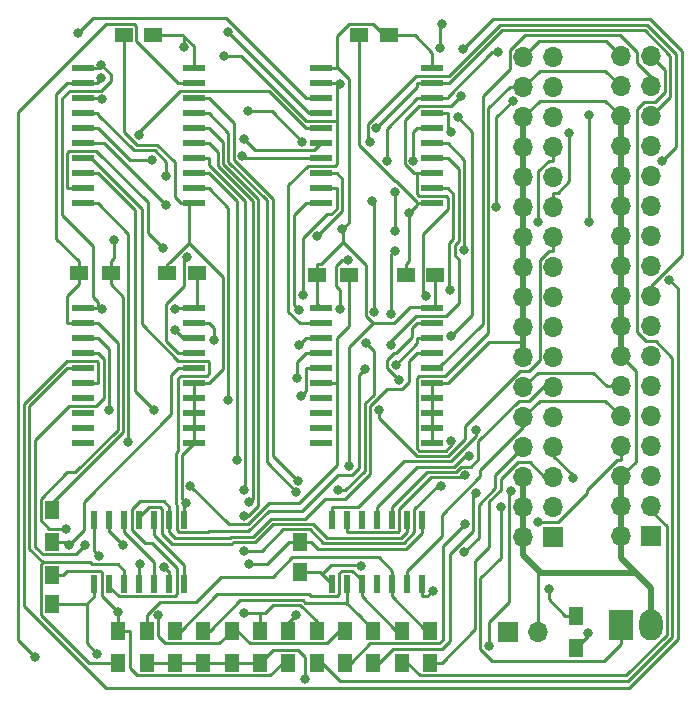
<source format=gbl>
%TF.GenerationSoftware,KiCad,Pcbnew,5.1.10*%
%TF.CreationDate,2021-12-20T17:42:05+01:00*%
%TF.ProjectId,afterglow_pico,61667465-7267-46c6-9f77-5f7069636f2e,rev?*%
%TF.SameCoordinates,Original*%
%TF.FileFunction,Copper,L2,Bot*%
%TF.FilePolarity,Positive*%
%FSLAX46Y46*%
G04 Gerber Fmt 4.6, Leading zero omitted, Abs format (unit mm)*
G04 Created by KiCad (PCBNEW 5.1.10) date 2021-12-20 17:42:05*
%MOMM*%
%LPD*%
G01*
G04 APERTURE LIST*
%TA.AperFunction,ComponentPad*%
%ADD10R,1.700000X1.700000*%
%TD*%
%TA.AperFunction,ComponentPad*%
%ADD11O,1.700000X1.700000*%
%TD*%
%TA.AperFunction,SMDPad,CuDef*%
%ADD12R,1.300000X1.500000*%
%TD*%
%TA.AperFunction,SMDPad,CuDef*%
%ADD13R,1.500000X1.300000*%
%TD*%
%TA.AperFunction,SMDPad,CuDef*%
%ADD14R,0.600000X1.500000*%
%TD*%
%TA.AperFunction,SMDPad,CuDef*%
%ADD15R,1.250000X1.500000*%
%TD*%
%TA.AperFunction,SMDPad,CuDef*%
%ADD16R,1.950000X0.600000*%
%TD*%
%TA.AperFunction,ComponentPad*%
%ADD17R,2.000000X2.600000*%
%TD*%
%TA.AperFunction,ComponentPad*%
%ADD18O,2.000000X2.600000*%
%TD*%
%TA.AperFunction,SMDPad,CuDef*%
%ADD19R,1.500000X1.250000*%
%TD*%
%TA.AperFunction,ViaPad*%
%ADD20C,0.800000*%
%TD*%
%TA.AperFunction,Conductor*%
%ADD21C,0.250000*%
%TD*%
%TA.AperFunction,Conductor*%
%ADD22C,0.500000*%
%TD*%
G04 APERTURE END LIST*
D10*
%TO.P,TEST,1*%
%TO.N,Net-(TEST_MODE1-Pad1)*%
X209400000Y-117400000D03*
D11*
%TO.P,TEST,2*%
%TO.N,GND*%
X211940000Y-117400000D03*
%TD*%
D12*
%TO.P,R16,2*%
%TO.N,Net-(R16-Pad2)*%
X170800000Y-109750000D03*
%TO.P,R16,1*%
%TO.N,+3V3*%
X170800000Y-107050000D03*
%TD*%
D13*
%TO.P,R2,2*%
%TO.N,Net-(R2-Pad2)*%
X195950000Y-87200000D03*
%TO.P,R2,1*%
%TO.N,+3V3*%
X193250000Y-87200000D03*
%TD*%
D14*
%TO.P,U2,14*%
%TO.N,+5V*%
X174390000Y-113300000D03*
%TO.P,U2,13*%
%TO.N,/COMB_EV*%
X175660000Y-113300000D03*
%TO.P,U2,12*%
%TO.N,/PICO_OUT_EN*%
X176930000Y-113300000D03*
%TO.P,U2,11*%
%TO.N,/OUT_SEL*%
X178200000Y-113300000D03*
%TO.P,U2,10*%
%TO.N,Net-(U2-Pad10)*%
X179470000Y-113300000D03*
%TO.P,U2,9*%
%TO.N,Net-(U1-Pad8)*%
X180740000Y-113300000D03*
%TO.P,U2,8*%
%TO.N,Net-(U2-Pad5)*%
X182010000Y-113300000D03*
%TO.P,U2,7*%
%TO.N,GND*%
X182010000Y-107900000D03*
%TO.P,U2,6*%
%TO.N,/COMB_EV*%
X180740000Y-107900000D03*
%TO.P,U2,5*%
%TO.N,Net-(U2-Pad5)*%
X179470000Y-107900000D03*
%TO.P,U2,4*%
%TO.N,Net-(U1-Pad6)*%
X178200000Y-107900000D03*
%TO.P,U2,3*%
%TO.N,Net-(U2-Pad10)*%
X176930000Y-107900000D03*
%TO.P,U2,2*%
%TO.N,Net-(R10-Pad1)*%
X175660000Y-107900000D03*
%TO.P,U2,1*%
%TO.N,Net-(R12-Pad2)*%
X174390000Y-107900000D03*
%TD*%
D12*
%TO.P,R15,2*%
%TO.N,Net-(R15-Pad2)*%
X178800000Y-117300000D03*
%TO.P,R15,1*%
%TO.N,+5V*%
X178800000Y-120000000D03*
%TD*%
%TO.P,R14,2*%
%TO.N,Net-(R14-Pad2)*%
X181200000Y-117300000D03*
%TO.P,R14,1*%
%TO.N,+5V*%
X181200000Y-120000000D03*
%TD*%
%TO.P,R13,2*%
%TO.N,Net-(R13-Pad2)*%
X183600000Y-117300000D03*
%TO.P,R13,1*%
%TO.N,+5V*%
X183600000Y-120000000D03*
%TD*%
%TO.P,R12,2*%
%TO.N,Net-(R12-Pad2)*%
X186000000Y-117300000D03*
%TO.P,R12,1*%
%TO.N,+5V*%
X186000000Y-120000000D03*
%TD*%
%TO.P,R11,2*%
%TO.N,Net-(R10-Pad1)*%
X188400000Y-117300000D03*
%TO.P,R11,1*%
%TO.N,+5V*%
X188400000Y-120000000D03*
%TD*%
%TO.P,R10,2*%
%TO.N,/P33*%
X193200000Y-120000000D03*
%TO.P,R10,1*%
%TO.N,Net-(R10-Pad1)*%
X193200000Y-117300000D03*
%TD*%
%TO.P,R9,2*%
%TO.N,/DIS_STROBE*%
X195600000Y-120000000D03*
%TO.P,R9,1*%
%TO.N,Net-(R12-Pad2)*%
X195600000Y-117300000D03*
%TD*%
%TO.P,R8,2*%
%TO.N,/DIS3*%
X198000000Y-120000000D03*
%TO.P,R8,1*%
%TO.N,Net-(R13-Pad2)*%
X198000000Y-117300000D03*
%TD*%
%TO.P,R7,2*%
%TO.N,/DIS2*%
X200400000Y-120000000D03*
%TO.P,R7,1*%
%TO.N,Net-(R14-Pad2)*%
X200400000Y-117300000D03*
%TD*%
%TO.P,R6,2*%
%TO.N,/DIS1*%
X202800000Y-120000000D03*
%TO.P,R6,1*%
%TO.N,Net-(R15-Pad2)*%
X202800000Y-117300000D03*
%TD*%
D13*
%TO.P,R5,2*%
%TO.N,+3V3*%
X175750000Y-87000000D03*
%TO.P,R5,1*%
%TO.N,/PICO_EN_OUT*%
X173050000Y-87000000D03*
%TD*%
D12*
%TO.P,R4,2*%
%TO.N,GND*%
X176400000Y-117300000D03*
%TO.P,R4,1*%
%TO.N,/PICO_OUT_EN*%
X176400000Y-120000000D03*
%TD*%
%TO.P,R3,1*%
%TO.N,+3V3*%
X215200000Y-116050000D03*
%TO.P,R3,2*%
%TO.N,Net-(PWR_LED1-Pad2)*%
X215200000Y-118750000D03*
%TD*%
D15*
%TO.P,C8,2*%
%TO.N,GND*%
X170800000Y-112550000D03*
%TO.P,C8,1*%
%TO.N,+5V*%
X170800000Y-115050000D03*
%TD*%
%TO.P,C7,2*%
%TO.N,GND*%
X191800000Y-109800000D03*
%TO.P,C7,1*%
%TO.N,+5V*%
X191800000Y-112300000D03*
%TD*%
D16*
%TO.P,U7,1*%
%TO.N,+5V*%
X182800000Y-89985000D03*
%TO.P,U7,2*%
%TO.N,Net-(U5-Pad31)*%
X182800000Y-91255000D03*
%TO.P,U7,3*%
%TO.N,Net-(U5-Pad32)*%
X182800000Y-92525000D03*
%TO.P,U7,4*%
%TO.N,Net-(U5-Pad34)*%
X182800000Y-93795000D03*
%TO.P,U7,5*%
%TO.N,Net-(R16-Pad2)*%
X182800000Y-95065000D03*
%TO.P,U7,6*%
%TO.N,GND*%
X182800000Y-96335000D03*
%TO.P,U7,7*%
X182800000Y-97605000D03*
%TO.P,U7,8*%
X182800000Y-98875000D03*
%TO.P,U7,9*%
X182800000Y-100145000D03*
%TO.P,U7,10*%
X182800000Y-101415000D03*
%TO.P,U7,11*%
%TO.N,Net-(U7-Pad11)*%
X173400000Y-101415000D03*
%TO.P,U7,12*%
%TO.N,Net-(U7-Pad12)*%
X173400000Y-100145000D03*
%TO.P,U7,13*%
%TO.N,Net-(U7-Pad13)*%
X173400000Y-98875000D03*
%TO.P,U7,14*%
%TO.N,Net-(U7-Pad14)*%
X173400000Y-97605000D03*
%TO.P,U7,15*%
%TO.N,/PICO_BLANK*%
X173400000Y-96335000D03*
%TO.P,U7,16*%
%TO.N,/PICO_OUT_EN*%
X173400000Y-95065000D03*
%TO.P,U7,17*%
%TO.N,/LROW_PICO*%
X173400000Y-93795000D03*
%TO.P,U7,18*%
%TO.N,/LCOL_PICO*%
X173400000Y-92525000D03*
%TO.P,U7,19*%
%TO.N,/PICO_EN_OUT*%
X173400000Y-91255000D03*
%TO.P,U7,20*%
%TO.N,+5V*%
X173400000Y-89985000D03*
%TD*%
%TO.P,U6,1*%
%TO.N,+5V*%
X182800000Y-69685000D03*
%TO.P,U6,2*%
%TO.N,Net-(U5-Pad20)*%
X182800000Y-70955000D03*
%TO.P,U6,3*%
%TO.N,Net-(U5-Pad21)*%
X182800000Y-72225000D03*
%TO.P,U6,4*%
%TO.N,Net-(U5-Pad22)*%
X182800000Y-73495000D03*
%TO.P,U6,5*%
%TO.N,Net-(U5-Pad24)*%
X182800000Y-74765000D03*
%TO.P,U6,6*%
%TO.N,Net-(U5-Pad25)*%
X182800000Y-76035000D03*
%TO.P,U6,7*%
%TO.N,Net-(U5-Pad26)*%
X182800000Y-77305000D03*
%TO.P,U6,8*%
%TO.N,Net-(U5-Pad27)*%
X182800000Y-78575000D03*
%TO.P,U6,9*%
%TO.N,Net-(U5-Pad29)*%
X182800000Y-79845000D03*
%TO.P,U6,10*%
%TO.N,GND*%
X182800000Y-81115000D03*
%TO.P,U6,11*%
%TO.N,/D7_PICO*%
X173400000Y-81115000D03*
%TO.P,U6,12*%
%TO.N,/D6_PICO*%
X173400000Y-79845000D03*
%TO.P,U6,13*%
%TO.N,/D5_PICO*%
X173400000Y-78575000D03*
%TO.P,U6,14*%
%TO.N,/D4_PICO*%
X173400000Y-77305000D03*
%TO.P,U6,15*%
%TO.N,/D3_PICO*%
X173400000Y-76035000D03*
%TO.P,U6,16*%
%TO.N,/D2_PICO*%
X173400000Y-74765000D03*
%TO.P,U6,17*%
%TO.N,/D1_PICO*%
X173400000Y-73495000D03*
%TO.P,U6,18*%
%TO.N,/D0_PICO*%
X173400000Y-72225000D03*
%TO.P,U6,19*%
%TO.N,/PICO_EN_OUT*%
X173400000Y-70955000D03*
%TO.P,U6,20*%
%TO.N,+5V*%
X173400000Y-69685000D03*
%TD*%
%TO.P,U4,20*%
%TO.N,+3V3*%
X193600000Y-89985000D03*
%TO.P,U4,19*%
%TO.N,/PICO_EN_OUT*%
X193600000Y-91255000D03*
%TO.P,U4,18*%
%TO.N,Net-(U4-Pad18)*%
X193600000Y-92525000D03*
%TO.P,U4,17*%
%TO.N,Net-(U4-Pad17)*%
X193600000Y-93795000D03*
%TO.P,U4,16*%
%TO.N,Net-(U4-Pad16)*%
X193600000Y-95065000D03*
%TO.P,U4,15*%
%TO.N,Net-(R2-Pad2)*%
X193600000Y-96335000D03*
%TO.P,U4,14*%
%TO.N,Net-(U4-Pad14)*%
X193600000Y-97605000D03*
%TO.P,U4,13*%
%TO.N,Net-(U4-Pad13)*%
X193600000Y-98875000D03*
%TO.P,U4,12*%
%TO.N,Net-(U4-Pad12)*%
X193600000Y-100145000D03*
%TO.P,U4,11*%
%TO.N,Net-(U4-Pad11)*%
X193600000Y-101415000D03*
%TO.P,U4,10*%
%TO.N,GND*%
X203000000Y-101415000D03*
%TO.P,U4,9*%
X203000000Y-100145000D03*
%TO.P,U4,8*%
X203000000Y-98875000D03*
%TO.P,U4,7*%
X203000000Y-97605000D03*
%TO.P,U4,6*%
X203000000Y-96335000D03*
%TO.P,U4,5*%
%TO.N,/BLANK*%
X203000000Y-95065000D03*
%TO.P,U4,4*%
%TO.N,/COMB_EV*%
X203000000Y-93795000D03*
%TO.P,U4,3*%
%TO.N,/LROW*%
X203000000Y-92525000D03*
%TO.P,U4,2*%
%TO.N,/LCOL*%
X203000000Y-91255000D03*
%TO.P,U4,1*%
%TO.N,+3V3*%
X203000000Y-89985000D03*
%TD*%
%TO.P,U3,20*%
%TO.N,+3V3*%
X193600000Y-69685000D03*
%TO.P,U3,19*%
%TO.N,/PICO_EN_OUT*%
X193600000Y-70955000D03*
%TO.P,U3,18*%
%TO.N,Net-(U3-Pad18)*%
X193600000Y-72225000D03*
%TO.P,U3,17*%
%TO.N,Net-(U3-Pad17)*%
X193600000Y-73495000D03*
%TO.P,U3,16*%
%TO.N,Net-(U3-Pad16)*%
X193600000Y-74765000D03*
%TO.P,U3,15*%
%TO.N,Net-(U3-Pad15)*%
X193600000Y-76035000D03*
%TO.P,U3,14*%
%TO.N,Net-(U3-Pad14)*%
X193600000Y-77305000D03*
%TO.P,U3,13*%
%TO.N,Net-(U3-Pad13)*%
X193600000Y-78575000D03*
%TO.P,U3,12*%
%TO.N,Net-(U3-Pad12)*%
X193600000Y-79845000D03*
%TO.P,U3,11*%
%TO.N,Net-(U3-Pad11)*%
X193600000Y-81115000D03*
%TO.P,U3,10*%
%TO.N,GND*%
X203000000Y-81115000D03*
%TO.P,U3,9*%
%TO.N,/D7*%
X203000000Y-79845000D03*
%TO.P,U3,8*%
%TO.N,/D6*%
X203000000Y-78575000D03*
%TO.P,U3,7*%
%TO.N,/D5*%
X203000000Y-77305000D03*
%TO.P,U3,6*%
%TO.N,/D4*%
X203000000Y-76035000D03*
%TO.P,U3,5*%
%TO.N,/D3*%
X203000000Y-74765000D03*
%TO.P,U3,4*%
%TO.N,/D2*%
X203000000Y-73495000D03*
%TO.P,U3,3*%
%TO.N,/D1*%
X203000000Y-72225000D03*
%TO.P,U3,2*%
%TO.N,/D0*%
X203000000Y-70955000D03*
%TO.P,U3,1*%
%TO.N,+3V3*%
X203000000Y-69685000D03*
%TD*%
D14*
%TO.P,U1,14*%
%TO.N,+5V*%
X194490000Y-113300000D03*
%TO.P,U1,13*%
%TO.N,Net-(R13-Pad2)*%
X195760000Y-113300000D03*
%TO.P,U1,12*%
%TO.N,Net-(R14-Pad2)*%
X197030000Y-113300000D03*
%TO.P,U1,11*%
%TO.N,N/C*%
X198300000Y-113300000D03*
%TO.P,U1,10*%
%TO.N,Net-(R15-Pad2)*%
X199570000Y-113300000D03*
%TO.P,U1,9*%
%TO.N,/SOL4*%
X200840000Y-113300000D03*
%TO.P,U1,8*%
%TO.N,Net-(U1-Pad8)*%
X202110000Y-113300000D03*
%TO.P,U1,7*%
%TO.N,GND*%
X202110000Y-107900000D03*
%TO.P,U1,6*%
%TO.N,Net-(U1-Pad6)*%
X200840000Y-107900000D03*
%TO.P,U1,5*%
%TO.N,/SOL3*%
X199570000Y-107900000D03*
%TO.P,U1,4*%
%TO.N,/SOL2*%
X198300000Y-107900000D03*
%TO.P,U1,3*%
%TO.N,N/C*%
X197030000Y-107900000D03*
%TO.P,U1,2*%
%TO.N,/SOL1*%
X195760000Y-107900000D03*
%TO.P,U1,1*%
%TO.N,/TRIAC*%
X194490000Y-107900000D03*
%TD*%
D12*
%TO.P,R1,2*%
%TO.N,GND*%
X190800000Y-120000000D03*
%TO.P,R1,1*%
%TO.N,/OUT_SEL*%
X190800000Y-117300000D03*
%TD*%
D17*
%TO.P,+ 5V -,1*%
%TO.N,+5V*%
X218960000Y-116800000D03*
D18*
%TO.P,+ 5V -,2*%
%TO.N,GND*%
X221500000Y-116800000D03*
%TD*%
D11*
%TO.P,J2,34*%
%TO.N,/ZERO_CROSS*%
X210710000Y-68700000D03*
%TO.P,J2,33*%
%TO.N,/P33*%
X213250000Y-68700000D03*
%TO.P,J2,32*%
%TO.N,/DIS3*%
X210710000Y-71240000D03*
%TO.P,J2,31*%
%TO.N,/PICO_BLANK*%
X213250000Y-71240000D03*
%TO.P,J2,30*%
%TO.N,GND*%
X210710000Y-73780000D03*
%TO.P,J2,29*%
%TO.N,/D0_OUT*%
X213250000Y-73780000D03*
%TO.P,J2,28*%
%TO.N,GND*%
X210710000Y-76320000D03*
%TO.P,J2,27*%
%TO.N,/D1_OUT*%
X213250000Y-76320000D03*
%TO.P,J2,26*%
%TO.N,GND*%
X210710000Y-78860000D03*
%TO.P,J2,25*%
%TO.N,/D2_OUT*%
X213250000Y-78860000D03*
%TO.P,J2,24*%
%TO.N,GND*%
X210710000Y-81400000D03*
%TO.P,J2,23*%
%TO.N,/D3_OUT*%
X213250000Y-81400000D03*
%TO.P,J2,22*%
%TO.N,GND*%
X210710000Y-83940000D03*
%TO.P,J2,21*%
%TO.N,/D4_OUT*%
X213250000Y-83940000D03*
%TO.P,J2,20*%
%TO.N,GND*%
X210710000Y-86480000D03*
%TO.P,J2,19*%
%TO.N,/D5_OUT*%
X213250000Y-86480000D03*
%TO.P,J2,18*%
%TO.N,GND*%
X210710000Y-89020000D03*
%TO.P,J2,17*%
%TO.N,/D6_OUT*%
X213250000Y-89020000D03*
%TO.P,J2,16*%
%TO.N,GND*%
X210710000Y-91560000D03*
%TO.P,J2,15*%
%TO.N,/D7_OUT*%
X213250000Y-91560000D03*
%TO.P,J2,14*%
%TO.N,GND*%
X210710000Y-94100000D03*
%TO.P,J2,13*%
%TO.N,/TRIAC*%
X213250000Y-94100000D03*
%TO.P,J2,12*%
%TO.N,/SOL1*%
X210710000Y-96640000D03*
%TO.P,J2,11*%
%TO.N,/SOL3*%
X213250000Y-96640000D03*
%TO.P,J2,10*%
%TO.N,/SOL4*%
X210710000Y-99180000D03*
%TO.P,J2,9*%
%TO.N,/SOL2*%
X213250000Y-99180000D03*
%TO.P,J2,8*%
%TO.N,/LCOL_PICO*%
X210710000Y-101720000D03*
%TO.P,J2,7*%
%TO.N,/LROW_PICO*%
X213250000Y-101720000D03*
%TO.P,J2,6*%
%TO.N,GND*%
X210710000Y-104260000D03*
%TO.P,J2,5*%
%TO.N,/DIS1*%
X213250000Y-104260000D03*
%TO.P,J2,4*%
%TO.N,GND*%
X210710000Y-106800000D03*
%TO.P,J2,3*%
%TO.N,/DIS2*%
X213250000Y-106800000D03*
%TO.P,J2,2*%
%TO.N,GND*%
X210710000Y-109340000D03*
D10*
%TO.P,J2,1*%
%TO.N,/DIS_STROBE*%
X213250000Y-109340000D03*
%TD*%
D11*
%TO.P,J1,34*%
%TO.N,/ZERO_CROSS*%
X218960000Y-68660000D03*
%TO.P,J1,33*%
%TO.N,/P33*%
X221500000Y-68660000D03*
%TO.P,J1,32*%
%TO.N,/DIS3*%
X218960000Y-71200000D03*
%TO.P,J1,31*%
%TO.N,/BLANK*%
X221500000Y-71200000D03*
%TO.P,J1,30*%
%TO.N,GND*%
X218960000Y-73740000D03*
%TO.P,J1,29*%
%TO.N,/D0*%
X221500000Y-73740000D03*
%TO.P,J1,28*%
%TO.N,GND*%
X218960000Y-76280000D03*
%TO.P,J1,27*%
%TO.N,/D1*%
X221500000Y-76280000D03*
%TO.P,J1,26*%
%TO.N,GND*%
X218960000Y-78820000D03*
%TO.P,J1,25*%
%TO.N,/D2*%
X221500000Y-78820000D03*
%TO.P,J1,24*%
%TO.N,GND*%
X218960000Y-81360000D03*
%TO.P,J1,23*%
%TO.N,/D3*%
X221500000Y-81360000D03*
%TO.P,J1,22*%
%TO.N,GND*%
X218960000Y-83900000D03*
%TO.P,J1,21*%
%TO.N,/D4*%
X221500000Y-83900000D03*
%TO.P,J1,20*%
%TO.N,GND*%
X218960000Y-86440000D03*
%TO.P,J1,19*%
%TO.N,/D5*%
X221500000Y-86440000D03*
%TO.P,J1,18*%
%TO.N,GND*%
X218960000Y-88980000D03*
%TO.P,J1,17*%
%TO.N,/D6*%
X221500000Y-88980000D03*
%TO.P,J1,16*%
%TO.N,GND*%
X218960000Y-91520000D03*
%TO.P,J1,15*%
%TO.N,/D7*%
X221500000Y-91520000D03*
%TO.P,J1,14*%
%TO.N,GND*%
X218960000Y-94060000D03*
%TO.P,J1,13*%
%TO.N,/TRIAC*%
X221500000Y-94060000D03*
%TO.P,J1,12*%
%TO.N,/SOL1*%
X218960000Y-96600000D03*
%TO.P,J1,11*%
%TO.N,/SOL3*%
X221500000Y-96600000D03*
%TO.P,J1,10*%
%TO.N,/SOL4*%
X218960000Y-99140000D03*
%TO.P,J1,9*%
%TO.N,/SOL2*%
X221500000Y-99140000D03*
%TO.P,J1,8*%
%TO.N,/LCOL*%
X218960000Y-101680000D03*
%TO.P,J1,7*%
%TO.N,/LROW*%
X221500000Y-101680000D03*
%TO.P,J1,6*%
%TO.N,GND*%
X218960000Y-104220000D03*
%TO.P,J1,5*%
%TO.N,/DIS1*%
X221500000Y-104220000D03*
%TO.P,J1,4*%
%TO.N,GND*%
X218960000Y-106760000D03*
%TO.P,J1,3*%
%TO.N,/DIS2*%
X221500000Y-106760000D03*
%TO.P,J1,2*%
%TO.N,GND*%
X218960000Y-109300000D03*
D10*
%TO.P,J1,1*%
%TO.N,/DIS_STROBE*%
X221500000Y-109300000D03*
%TD*%
D19*
%TO.P,C4,2*%
%TO.N,GND*%
X180550000Y-87000000D03*
%TO.P,C4,1*%
%TO.N,+5V*%
X183050000Y-87000000D03*
%TD*%
%TO.P,C3,2*%
%TO.N,+5V*%
X179350000Y-66900000D03*
%TO.P,C3,1*%
%TO.N,GND*%
X176850000Y-66900000D03*
%TD*%
%TO.P,C2,2*%
%TO.N,GND*%
X200750000Y-87200000D03*
%TO.P,C2,1*%
%TO.N,+3V3*%
X203250000Y-87200000D03*
%TD*%
%TO.P,C1,2*%
%TO.N,GND*%
X196800000Y-66900000D03*
%TO.P,C1,1*%
%TO.N,+3V3*%
X199300000Y-66900000D03*
%TD*%
D20*
%TO.N,GND*%
X182120300Y-106476100D03*
X187466400Y-111671800D03*
X201022500Y-81918800D03*
X176400000Y-115738300D03*
%TO.N,+3V3*%
X212834200Y-113772700D03*
X195950700Y-103383500D03*
X195369000Y-83319000D03*
X176056100Y-84222300D03*
%TO.N,+5V*%
X174620400Y-119261600D03*
X192224600Y-121396300D03*
X196939800Y-111847500D03*
X208777800Y-106827100D03*
X174975500Y-69403900D03*
X182005300Y-67841800D03*
X175013800Y-90082200D03*
X181206400Y-90082200D03*
X203613200Y-67927200D03*
X203778200Y-65945000D03*
%TO.N,/DIS3*%
X206692300Y-105626500D03*
X204575900Y-101209000D03*
%TO.N,/D0*%
X198260400Y-74726100D03*
%TO.N,/D1*%
X208542800Y-68323900D03*
X199131700Y-77488600D03*
%TO.N,/D2*%
X204609400Y-75090000D03*
%TO.N,/D3*%
X201393400Y-77497500D03*
%TO.N,/D4*%
X199535700Y-90443700D03*
X199822100Y-85128000D03*
X205646500Y-85061500D03*
%TO.N,/D5*%
X199482100Y-93064100D03*
%TO.N,/D6*%
X202449100Y-88987600D03*
X205407300Y-72048800D03*
X205606000Y-68066000D03*
%TO.N,/D7*%
X204479900Y-88483000D03*
%TO.N,/TRIAC*%
X206706100Y-100313200D03*
%TO.N,/SOL1*%
X205743400Y-104129900D03*
%TO.N,/SOL2*%
X206131900Y-102475900D03*
%TO.N,/LCOL*%
X211903600Y-108092800D03*
X200158400Y-96085000D03*
%TO.N,/LROW*%
X199900300Y-94771500D03*
%TO.N,/DIS_STROBE*%
X205742800Y-108249100D03*
%TO.N,/D0_OUT*%
X197701100Y-75950700D03*
X222423700Y-77550000D03*
%TO.N,/D1_OUT*%
X211980000Y-82670000D03*
%TO.N,/D3_OUT*%
X208422700Y-81450000D03*
X209791700Y-72415400D03*
X214581400Y-75144600D03*
%TO.N,/D4_OUT*%
X198450700Y-98577200D03*
%TO.N,/D5_OUT*%
X195200000Y-90040000D03*
X195854900Y-85899400D03*
%TO.N,/LCOL_PICO*%
X175581200Y-98610200D03*
X205706100Y-110664600D03*
%TO.N,/LROW_PICO*%
X173581500Y-110063800D03*
X207815900Y-118562800D03*
X209623000Y-105489500D03*
X214882500Y-104363200D03*
%TO.N,/OUT_SEL*%
X198085200Y-90325400D03*
X197921400Y-80956000D03*
X195012300Y-105418800D03*
X197384900Y-92943800D03*
X178210000Y-111621500D03*
X191477700Y-115925800D03*
%TO.N,Net-(U1-Pad8)*%
X180304200Y-111939400D03*
X203031900Y-113892100D03*
%TO.N,Net-(U3-Pad18)*%
X173014700Y-66711700D03*
%TO.N,Net-(U3-Pad17)*%
X185663700Y-66631600D03*
%TO.N,Net-(U3-Pad16)*%
X178178400Y-75355000D03*
%TO.N,Net-(U3-Pad15)*%
X187022300Y-75655400D03*
%TO.N,Net-(U3-Pad14)*%
X186907300Y-77106100D03*
%TO.N,Net-(U3-Pad13)*%
X193204200Y-83915300D03*
%TO.N,Net-(U3-Pad12)*%
X192009900Y-88832300D03*
%TO.N,Net-(U3-Pad11)*%
X191740000Y-90181100D03*
%TO.N,Net-(U4-Pad18)*%
X191740000Y-93089200D03*
%TO.N,Net-(U4-Pad17)*%
X191514900Y-95862500D03*
%TO.N,Net-(U4-Pad16)*%
X191867300Y-97449100D03*
%TO.N,Net-(U5-Pad21)*%
X191615700Y-104592800D03*
%TO.N,Net-(U5-Pad22)*%
X191494700Y-105593200D03*
%TO.N,Net-(U5-Pad24)*%
X187041500Y-107562900D03*
%TO.N,Net-(U5-Pad25)*%
X187465600Y-106437900D03*
%TO.N,Net-(U5-Pad26)*%
X187025200Y-105410000D03*
%TO.N,Net-(U5-Pad27)*%
X186428300Y-102870000D03*
%TO.N,Net-(U5-Pad29)*%
X185693600Y-97762900D03*
%TO.N,Net-(U5-Pad31)*%
X184545000Y-92684800D03*
%TO.N,Net-(U5-Pad32)*%
X181238800Y-91845500D03*
%TO.N,Net-(U5-Pad20)*%
X169325300Y-119516000D03*
%TO.N,/D0_PICO*%
X191974700Y-75896900D03*
X187379800Y-73323700D03*
X174985600Y-72305800D03*
%TO.N,/D1_PICO*%
X180441200Y-78825000D03*
%TO.N,/D2_PICO*%
X179252400Y-77424800D03*
%TO.N,/D3_PICO*%
X199846200Y-80169700D03*
X199846200Y-83464000D03*
X180421700Y-81280000D03*
%TO.N,/D4_PICO*%
X197275400Y-95155400D03*
%TO.N,/D5_PICO*%
X179451400Y-98582700D03*
%TO.N,/D6_PICO*%
X180162700Y-84920000D03*
%TO.N,/D7_PICO*%
X203737900Y-105030300D03*
X187031700Y-110512100D03*
X177268000Y-101316200D03*
%TO.N,Net-(U5-Pad34)*%
X182215600Y-85684300D03*
%TO.N,/PICO_BLANK*%
X223073500Y-87568800D03*
X216278100Y-82650000D03*
X216278100Y-73627700D03*
%TO.N,Net-(PWR_LED1-Pad2)*%
X216175300Y-117450600D03*
%TO.N,Net-(R12-Pad2)*%
X179799200Y-115986800D03*
X174761500Y-110930600D03*
%TO.N,Net-(R10-Pad1)*%
X187020200Y-115766200D03*
X176780000Y-110011900D03*
%TO.N,Net-(R2-Pad2)*%
X182512800Y-105057600D03*
%TO.N,Net-(R16-Pad2)*%
X172223600Y-110054300D03*
%TO.N,/PICO_EN_OUT*%
X204600700Y-92323300D03*
X205146200Y-73838500D03*
X174982500Y-70461600D03*
X185327900Y-68602800D03*
X171961100Y-108648700D03*
X195196300Y-70967600D03*
%TD*%
D21*
%TO.N,GND*%
X184100300Y-96335000D02*
X185270300Y-95165000D01*
X185270300Y-95165000D02*
X185270300Y-87362100D01*
X185270300Y-87362100D02*
X182372000Y-84463800D01*
X182800000Y-101415000D02*
X181778700Y-102436300D01*
X181778700Y-102436300D02*
X181778700Y-106134500D01*
X181778700Y-106134500D02*
X182120300Y-106476100D01*
X182010000Y-107900000D02*
X182010000Y-106586400D01*
X182010000Y-106586400D02*
X182120300Y-106476100D01*
X182372000Y-84463800D02*
X182372000Y-81115000D01*
X182372000Y-84463800D02*
X180786100Y-86049700D01*
X201699700Y-81115000D02*
X201699700Y-80997400D01*
X201699700Y-80997400D02*
X199930600Y-79228300D01*
X199930600Y-79228300D02*
X199840100Y-79228300D01*
X199840100Y-79228300D02*
X196800000Y-76188200D01*
X196800000Y-76188200D02*
X196800000Y-66900000D01*
X203000000Y-100145000D02*
X203000000Y-101415000D01*
X191800000Y-109800000D02*
X190849700Y-109800000D01*
X187466400Y-111671800D02*
X188977900Y-111671800D01*
X188977900Y-111671800D02*
X190849700Y-109800000D01*
X181721600Y-81115000D02*
X181172500Y-80565900D01*
X181172500Y-80565900D02*
X181172500Y-77634400D01*
X181172500Y-77634400D02*
X179725800Y-76187700D01*
X179725800Y-76187700D02*
X177985400Y-76187700D01*
X177985400Y-76187700D02*
X176850000Y-75052300D01*
X176850000Y-75052300D02*
X176850000Y-67850300D01*
X203543600Y-96335000D02*
X203000000Y-96335000D01*
X210710000Y-92830000D02*
X207830200Y-92830000D01*
X207830200Y-92830000D02*
X204325200Y-96335000D01*
X204325200Y-96335000D02*
X203543600Y-96335000D01*
D22*
X210710000Y-92830000D02*
X210710000Y-94100000D01*
X210710000Y-91560000D02*
X210710000Y-92830000D01*
D21*
X201022500Y-81918800D02*
X201699700Y-81241600D01*
X201699700Y-81241600D02*
X201699700Y-81115000D01*
X200750000Y-86249700D02*
X201022500Y-85977200D01*
X201022500Y-85977200D02*
X201022500Y-81918800D01*
X203000000Y-81115000D02*
X201699700Y-81115000D01*
X192750300Y-109800000D02*
X193348300Y-110398000D01*
X193348300Y-110398000D02*
X200766900Y-110398000D01*
X200766900Y-110398000D02*
X202110000Y-109054900D01*
X202110000Y-109054900D02*
X202110000Y-108975300D01*
X192275200Y-109800000D02*
X191800000Y-109800000D01*
X192275200Y-109800000D02*
X192750300Y-109800000D01*
X182372000Y-81115000D02*
X181721600Y-81115000D01*
X182800000Y-81115000D02*
X182372000Y-81115000D01*
X182800000Y-96335000D02*
X184100300Y-96335000D01*
X200750000Y-87200000D02*
X200750000Y-86249700D01*
X202110000Y-107900000D02*
X202110000Y-108975300D01*
X176400000Y-115738300D02*
X175025000Y-114363300D01*
X175025000Y-114363300D02*
X175025000Y-112356200D01*
X175025000Y-112356200D02*
X174893500Y-112224700D01*
X174893500Y-112224700D02*
X172075600Y-112224700D01*
X172075600Y-112224700D02*
X171750300Y-112550000D01*
X176400000Y-117300000D02*
X176400000Y-115738300D01*
X170800000Y-112550000D02*
X171750300Y-112550000D01*
D22*
X211983000Y-112183000D02*
X212200000Y-112400000D01*
X212200000Y-112400000D02*
X220200000Y-112400000D01*
X210710000Y-109340000D02*
X210710000Y-110910000D01*
D21*
X176850000Y-66900000D02*
X176850000Y-67850300D01*
D22*
X210710000Y-73780000D02*
X210710000Y-76320000D01*
X218960000Y-76280000D02*
X218960000Y-78820000D01*
X218960000Y-73740000D02*
X218960000Y-76280000D01*
X210710000Y-76320000D02*
X210710000Y-78860000D01*
X210710000Y-78860000D02*
X210710000Y-81400000D01*
X218960000Y-78820000D02*
X218960000Y-81360000D01*
X218960000Y-81360000D02*
X218960000Y-83900000D01*
X210710000Y-81400000D02*
X210710000Y-83940000D01*
X210710000Y-83940000D02*
X210710000Y-86480000D01*
X218960000Y-83900000D02*
X218960000Y-86440000D01*
X218960000Y-86440000D02*
X218960000Y-88980000D01*
X210710000Y-86480000D02*
X210710000Y-89020000D01*
X210710000Y-89020000D02*
X210710000Y-91560000D01*
X218960000Y-88980000D02*
X218960000Y-91520000D01*
X218960000Y-106760000D02*
X218960000Y-104220000D01*
X218960000Y-109300000D02*
X218960000Y-106760000D01*
X220200000Y-112400000D02*
X218960000Y-111160000D01*
X218960000Y-111160000D02*
X218960000Y-109300000D01*
X218960000Y-91520000D02*
X218960000Y-94060000D01*
X210710000Y-106800000D02*
X210710000Y-109340000D01*
X210710000Y-104260000D02*
X210710000Y-106800000D01*
D21*
X210710000Y-73780000D02*
X212075000Y-72415000D01*
X212075000Y-72415000D02*
X217635000Y-72415000D01*
X217635000Y-72415000D02*
X218960000Y-73740000D01*
D22*
X220200000Y-112400000D02*
X221500000Y-113700000D01*
X221500000Y-113700000D02*
X221500000Y-116800000D01*
D21*
X218960000Y-104220000D02*
X220200000Y-102980000D01*
X220200000Y-102980000D02*
X220200000Y-95300000D01*
X220200000Y-95300000D02*
X218960000Y-94060000D01*
X177375300Y-120462800D02*
X177375300Y-117300000D01*
X177375300Y-117300000D02*
X176400000Y-117300000D01*
X177987900Y-121075400D02*
X177375300Y-120462800D01*
X189236900Y-121075400D02*
X177987900Y-121075400D01*
X190312300Y-120000000D02*
X189236900Y-121075400D01*
X190800000Y-120000000D02*
X190312300Y-120000000D01*
X203000000Y-100145000D02*
X203000000Y-96335000D01*
X182800000Y-101415000D02*
X182800000Y-96335000D01*
X180550000Y-86285800D02*
X180786100Y-86049700D01*
X180550000Y-87000000D02*
X180550000Y-86285800D01*
X211940000Y-112140000D02*
X211700000Y-111900000D01*
X211940000Y-117400000D02*
X211940000Y-112140000D01*
D22*
X211700000Y-111900000D02*
X211983000Y-112183000D01*
X210710000Y-110910000D02*
X211700000Y-111900000D01*
D21*
%TO.N,+3V3*%
X175750000Y-86512300D02*
X175750000Y-87000000D01*
X197988500Y-91254400D02*
X199751000Y-91254400D01*
X199751000Y-91254400D02*
X201145200Y-89860200D01*
X201145200Y-89860200D02*
X203124800Y-89860200D01*
X195428200Y-84400000D02*
X197359900Y-86331700D01*
X197359900Y-86331700D02*
X197359900Y-90625800D01*
X197359900Y-90625800D02*
X197988500Y-91254400D01*
X197988500Y-91254400D02*
X195950700Y-93292200D01*
X195950700Y-93292200D02*
X195950700Y-103383500D01*
X195428200Y-84400000D02*
X193603500Y-86224700D01*
X193603500Y-86224700D02*
X193250000Y-86224700D01*
X195369000Y-83319000D02*
X195428200Y-83378200D01*
X195428200Y-83378200D02*
X195428200Y-84400000D01*
X193250000Y-87200000D02*
X193250000Y-86224700D01*
X175750000Y-86024700D02*
X176056100Y-85718600D01*
X176056100Y-85718600D02*
X176056100Y-84222300D01*
X175750000Y-86512300D02*
X175750000Y-86024700D01*
X203250000Y-87200000D02*
X203250000Y-89735000D01*
X203250000Y-89735000D02*
X203124800Y-89860200D01*
X203124800Y-89860200D02*
X203000000Y-89985000D01*
X194900300Y-69685000D02*
X195033800Y-69685000D01*
X195033800Y-69685000D02*
X195945200Y-70596400D01*
X195945200Y-70596400D02*
X195945200Y-82742800D01*
X195945200Y-82742800D02*
X195369000Y-83319000D01*
X193600000Y-89985000D02*
X193250000Y-89635000D01*
X193250000Y-89635000D02*
X193250000Y-87200000D01*
X194900300Y-69685000D02*
X194900300Y-66951500D01*
X194900300Y-66951500D02*
X195902100Y-65949700D01*
X201500000Y-66900000D02*
X203000000Y-68400000D01*
X203000000Y-68400000D02*
X203000000Y-69685000D01*
X193600000Y-69685000D02*
X194900300Y-69685000D01*
X215200000Y-116050000D02*
X214250000Y-116050000D01*
X212834200Y-114634200D02*
X212834200Y-113772700D01*
X214250000Y-116050000D02*
X212834200Y-114634200D01*
X195902399Y-65949999D02*
X195902100Y-65949700D01*
X199300000Y-66900000D02*
X201500000Y-66900000D01*
X199300000Y-66900000D02*
X198900000Y-66900000D01*
X197949999Y-65949999D02*
X195902399Y-65949999D01*
X198900000Y-66900000D02*
X197949999Y-65949999D01*
X175750000Y-87975300D02*
X175750000Y-87000000D01*
X176790500Y-89015800D02*
X175750000Y-87975300D01*
X176790500Y-100455200D02*
X176790500Y-89015800D01*
X170800000Y-106445700D02*
X176790500Y-100455200D01*
X170800000Y-107050000D02*
X170800000Y-106445700D01*
%TO.N,+5V*%
X173715300Y-115050000D02*
X174390000Y-114375300D01*
X171637700Y-115050000D02*
X173715300Y-115050000D01*
X173715300Y-115050000D02*
X173715300Y-118356500D01*
X173715300Y-118356500D02*
X174620400Y-119261600D01*
X188400000Y-120000000D02*
X189475400Y-118924600D01*
X189475400Y-118924600D02*
X191591000Y-118924600D01*
X191591000Y-118924600D02*
X192224600Y-119558200D01*
X192224600Y-119558200D02*
X192224600Y-121396300D01*
X218960000Y-118425300D02*
X217559900Y-119825400D01*
X217559900Y-119825400D02*
X208046200Y-119825400D01*
X208046200Y-119825400D02*
X207064100Y-118843300D01*
X207064100Y-118843300D02*
X207064100Y-112854500D01*
X207064100Y-112854500D02*
X208777800Y-111140800D01*
X208777800Y-111140800D02*
X208777800Y-106827100D01*
X193656400Y-112466300D02*
X194389500Y-111733200D01*
X194389500Y-111733200D02*
X196825500Y-111733200D01*
X196825500Y-111733200D02*
X196939800Y-111847500D01*
X193656400Y-112466300D02*
X194490000Y-113300000D01*
X191800000Y-112300000D02*
X193490000Y-112300000D01*
X193490000Y-112300000D02*
X193656400Y-112466300D01*
X218960000Y-116800000D02*
X218960000Y-118425300D01*
X174975500Y-69442000D02*
X175002800Y-69442000D01*
X175002800Y-69442000D02*
X175749300Y-70188500D01*
X175749300Y-70188500D02*
X175749300Y-70753600D01*
X175749300Y-70753600D02*
X174922500Y-71580400D01*
X174922500Y-71580400D02*
X172290200Y-71580400D01*
X172290200Y-71580400D02*
X171649300Y-72221300D01*
X171649300Y-72221300D02*
X171649300Y-82120400D01*
X171649300Y-82120400D02*
X174225200Y-84696300D01*
X174225200Y-84696300D02*
X174225200Y-89028300D01*
X174225200Y-89028300D02*
X174700300Y-89503400D01*
X174700300Y-89503400D02*
X174700300Y-89985000D01*
X174700300Y-69685000D02*
X174943300Y-69442000D01*
X174943300Y-69442000D02*
X174975500Y-69442000D01*
X174975500Y-69403900D02*
X174975500Y-69442000D01*
X188400000Y-120000000D02*
X186975300Y-120000000D01*
X186000000Y-120000000D02*
X186975300Y-120000000D01*
X182005400Y-67005300D02*
X182005300Y-67005400D01*
X182005300Y-67005400D02*
X182005300Y-67841800D01*
X182005400Y-67005300D02*
X182800000Y-67800000D01*
X182800000Y-67800000D02*
X182800000Y-69685000D01*
X179350000Y-66900000D02*
X181900000Y-66900000D01*
X181900000Y-66900000D02*
X182005400Y-67005300D01*
X182800000Y-89985000D02*
X181499700Y-89985000D01*
X181499700Y-89985000D02*
X181402500Y-90082200D01*
X181402500Y-90082200D02*
X181206400Y-90082200D01*
X174700300Y-89985000D02*
X174797500Y-90082200D01*
X174797500Y-90082200D02*
X175013800Y-90082200D01*
X183050000Y-87000000D02*
X183050000Y-89735000D01*
X183050000Y-89735000D02*
X182800000Y-89985000D01*
X173400000Y-89985000D02*
X174700300Y-89985000D01*
X203613200Y-67927200D02*
X203613200Y-66110000D01*
X203613200Y-66110000D02*
X203778200Y-65945000D01*
X183600000Y-120000000D02*
X181200000Y-120000000D01*
X186000000Y-120000000D02*
X183600000Y-120000000D01*
X181200000Y-120000000D02*
X178800000Y-120000000D01*
X173400000Y-69685000D02*
X174700300Y-69685000D01*
X174390000Y-113300000D02*
X174390000Y-114375300D01*
X170800000Y-115050000D02*
X171637700Y-115050000D01*
%TO.N,/P33*%
X222692100Y-69852100D02*
X221500000Y-68660000D01*
X193687700Y-120000000D02*
X195220100Y-121532400D01*
X219588100Y-121532400D02*
X223278000Y-117842500D01*
X221069000Y-92790000D02*
X220324600Y-92045600D01*
X195220100Y-121532400D02*
X219588100Y-121532400D01*
X220324600Y-73166900D02*
X220926900Y-72564600D01*
X193200000Y-120000000D02*
X193687700Y-120000000D01*
X223278000Y-117842500D02*
X223278000Y-94174900D01*
X220926900Y-72564600D02*
X221823100Y-72564600D01*
X220324600Y-92045600D02*
X220324600Y-73166900D01*
X223278000Y-94174900D02*
X221893100Y-92790000D01*
X221893100Y-92790000D02*
X221069000Y-92790000D01*
X221823100Y-72564600D02*
X222692100Y-71695600D01*
X222692100Y-71695600D02*
X222692100Y-69852100D01*
%TO.N,/DIS3*%
X204575900Y-101209000D02*
X204575900Y-101582000D01*
X204575900Y-101582000D02*
X204117600Y-102040300D01*
X204117600Y-102040300D02*
X201875800Y-102040300D01*
X201875800Y-102040300D02*
X201687500Y-101852000D01*
X201687500Y-101852000D02*
X201687500Y-95912400D01*
X201687500Y-95912400D02*
X201890200Y-95709700D01*
X201890200Y-95709700D02*
X204091100Y-95709700D01*
X204091100Y-95709700D02*
X207697300Y-92103500D01*
X207697300Y-92103500D02*
X207697300Y-73077400D01*
X207697300Y-73077400D02*
X209534700Y-71240000D01*
X210710000Y-71240000D02*
X209534700Y-71240000D01*
X218960000Y-71200000D02*
X217635000Y-69875000D01*
X217635000Y-69875000D02*
X212075000Y-69875000D01*
X212075000Y-69875000D02*
X210710000Y-71240000D01*
X206468500Y-105850300D02*
X206692300Y-105626500D01*
X206468500Y-108876500D02*
X206468500Y-105850300D01*
X204530500Y-110814500D02*
X206468500Y-108876500D01*
X203836400Y-118825800D02*
X204530500Y-118131700D01*
X199661900Y-118825800D02*
X203836400Y-118825800D01*
X204530500Y-118131700D02*
X204530500Y-110814500D01*
X198487700Y-120000000D02*
X199661900Y-118825800D01*
X198000000Y-120000000D02*
X198487700Y-120000000D01*
%TO.N,/BLANK*%
X207246900Y-91320300D02*
X203502200Y-95065000D01*
X207246900Y-72004200D02*
X207246900Y-91320300D01*
X209534600Y-68161300D02*
X209534600Y-69716500D01*
X210817600Y-66878300D02*
X209534600Y-68161300D01*
X218864600Y-66878300D02*
X210817600Y-66878300D01*
X220324700Y-68338400D02*
X218864600Y-66878300D01*
X203502200Y-95065000D02*
X203000000Y-95065000D01*
X209534600Y-69716500D02*
X207246900Y-72004200D01*
X221500000Y-70392100D02*
X220324700Y-69216800D01*
X220324700Y-69216800D02*
X220324700Y-68338400D01*
X221500000Y-71200000D02*
X221500000Y-70392100D01*
%TO.N,/D0*%
X201699700Y-70955000D02*
X201699700Y-71286800D01*
X201699700Y-71286800D02*
X198260400Y-74726100D01*
X221500000Y-73740000D02*
X223143900Y-72096100D01*
X223143900Y-72096100D02*
X223143900Y-68602100D01*
X223143900Y-68602100D02*
X220969700Y-66427900D01*
X220969700Y-66427900D02*
X208907100Y-66427900D01*
X208907100Y-66427900D02*
X204380000Y-70955000D01*
X204380000Y-70955000D02*
X204300300Y-70955000D01*
X203000000Y-70955000D02*
X204300300Y-70955000D01*
X203000000Y-70955000D02*
X201699700Y-70955000D01*
%TO.N,/D1*%
X203000000Y-72225000D02*
X204300300Y-72225000D01*
X204300300Y-72225000D02*
X204300300Y-72109200D01*
X204300300Y-72109200D02*
X208085600Y-68323900D01*
X208085600Y-68323900D02*
X208542800Y-68323900D01*
X203000000Y-72225000D02*
X201699700Y-72225000D01*
X201699700Y-72225000D02*
X199131700Y-74793000D01*
X199131700Y-74793000D02*
X199131700Y-77488600D01*
%TO.N,/D2*%
X204300300Y-73495000D02*
X204300300Y-74780900D01*
X204300300Y-74780900D02*
X204609400Y-75090000D01*
X203000000Y-73495000D02*
X204300300Y-73495000D01*
%TO.N,/D3*%
X203000000Y-74765000D02*
X201699700Y-74765000D01*
X201393400Y-77497500D02*
X201393400Y-75071300D01*
X201393400Y-75071300D02*
X201699700Y-74765000D01*
%TO.N,/D4*%
X199535700Y-90443700D02*
X199535700Y-85414400D01*
X199535700Y-85414400D02*
X199822100Y-85128000D01*
X204300300Y-76035000D02*
X205676700Y-77411400D01*
X205676700Y-77411400D02*
X205676700Y-85031300D01*
X205676700Y-85031300D02*
X205646500Y-85061500D01*
X203000000Y-76035000D02*
X204300300Y-76035000D01*
%TO.N,/D5*%
X204300300Y-77305000D02*
X205212600Y-78217300D01*
X205212600Y-78217300D02*
X205212600Y-84323800D01*
X205212600Y-84323800D02*
X204920400Y-84616000D01*
X204920400Y-84616000D02*
X204920400Y-85567400D01*
X204920400Y-85567400D02*
X205212500Y-85859500D01*
X205212500Y-85859500D02*
X205212500Y-89532700D01*
X205212500Y-89532700D02*
X204115600Y-90629600D01*
X204115600Y-90629600D02*
X201649500Y-90629600D01*
X201649500Y-90629600D02*
X199482100Y-92797000D01*
X199482100Y-92797000D02*
X199482100Y-93064100D01*
X203000000Y-77305000D02*
X204300300Y-77305000D01*
%TO.N,/D6*%
X201675100Y-78575000D02*
X201675100Y-80293700D01*
X201675100Y-80293700D02*
X201861400Y-80480000D01*
X201861400Y-80480000D02*
X204137300Y-80480000D01*
X204137300Y-80480000D02*
X204300300Y-80643000D01*
X204300300Y-80643000D02*
X204300300Y-81549800D01*
X204300300Y-81549800D02*
X202174600Y-83675500D01*
X202174600Y-83675500D02*
X202174600Y-88713100D01*
X202174600Y-88713100D02*
X202449100Y-88987600D01*
X201675100Y-78575000D02*
X201425300Y-78575000D01*
X201425300Y-78575000D02*
X200652700Y-77802400D01*
X200652700Y-77802400D02*
X200652700Y-74067100D01*
X200652700Y-74067100D02*
X201857800Y-72862000D01*
X201857800Y-72862000D02*
X204594100Y-72862000D01*
X204594100Y-72862000D02*
X205407300Y-72048800D01*
X203000000Y-78575000D02*
X201675100Y-78575000D01*
X221434300Y-65527100D02*
X208144900Y-65527100D01*
X208144900Y-65527100D02*
X205606000Y-68066000D01*
X224147600Y-68240400D02*
X221434300Y-65527100D01*
X224147600Y-85464600D02*
X224147600Y-68240400D01*
X221500000Y-88112200D02*
X224147600Y-85464600D01*
X221500000Y-88980000D02*
X221500000Y-88112200D01*
%TO.N,/D7*%
X204300300Y-79845000D02*
X204750600Y-80295300D01*
X204750600Y-80295300D02*
X204750600Y-84148900D01*
X204750600Y-84148900D02*
X204387300Y-84512200D01*
X204387300Y-84512200D02*
X204387300Y-88390400D01*
X204387300Y-88390400D02*
X204479900Y-88483000D01*
X203000000Y-79845000D02*
X204300300Y-79845000D01*
%TO.N,/TRIAC*%
X206706100Y-100313200D02*
X206706100Y-100818000D01*
X206706100Y-100818000D02*
X204583200Y-102940900D01*
X204583200Y-102940900D02*
X200615800Y-102940900D01*
X200615800Y-102940900D02*
X196732000Y-106824700D01*
X196732000Y-106824700D02*
X194490000Y-106824700D01*
X194490000Y-107900000D02*
X194490000Y-106824700D01*
%TO.N,/SOL1*%
X205743400Y-104129900D02*
X205568300Y-104305000D01*
X205568300Y-104305000D02*
X202847400Y-104305000D01*
X202847400Y-104305000D02*
X200203000Y-106949400D01*
X200203000Y-106949400D02*
X200203000Y-108848800D01*
X200203000Y-108848800D02*
X200076500Y-108975300D01*
X200076500Y-108975300D02*
X195760000Y-108975300D01*
X195760000Y-107900000D02*
X195760000Y-108975300D01*
X217784700Y-96600000D02*
X216631500Y-95446800D01*
X216631500Y-95446800D02*
X211903200Y-95446800D01*
X211903200Y-95446800D02*
X210710000Y-96640000D01*
X218960000Y-96600000D02*
X217784700Y-96600000D01*
%TO.N,/SOL3*%
X205443000Y-103404600D02*
X204992900Y-103854700D01*
X206260300Y-103404600D02*
X205443000Y-103404600D01*
X206894100Y-102770800D02*
X206260300Y-103404600D01*
X206894100Y-101274800D02*
X206894100Y-102770800D01*
X199570000Y-106824700D02*
X199570000Y-107900000D01*
X210353500Y-97815400D02*
X206894100Y-101274800D01*
X202540000Y-103854700D02*
X199570000Y-106824700D01*
X211202200Y-97815400D02*
X210353500Y-97815400D01*
X204992900Y-103854700D02*
X202540000Y-103854700D01*
X212377600Y-96640000D02*
X211202200Y-97815400D01*
X213250000Y-96640000D02*
X212377600Y-96640000D01*
%TO.N,/SOL4*%
X218960000Y-99140000D02*
X217635000Y-97815000D01*
X217635000Y-97815000D02*
X212075000Y-97815000D01*
X212075000Y-97815000D02*
X210710000Y-99180000D01*
X200840000Y-112224700D02*
X200840000Y-113300000D01*
X203803800Y-107464200D02*
X203803800Y-109260900D01*
X207062400Y-103687500D02*
X207062400Y-104205600D01*
X203803800Y-109260900D02*
X200840000Y-112224700D01*
X210710000Y-100039900D02*
X207062400Y-103687500D01*
X207062400Y-104205600D02*
X203803800Y-107464200D01*
X210710000Y-99180000D02*
X210710000Y-100039900D01*
%TO.N,/SOL2*%
X206131900Y-102475900D02*
X205734800Y-102475900D01*
X205734800Y-102475900D02*
X204806300Y-103404400D01*
X204806300Y-103404400D02*
X201720300Y-103404400D01*
X201720300Y-103404400D02*
X198300000Y-106824700D01*
X198300000Y-107900000D02*
X198300000Y-106824700D01*
%TO.N,/LCOL*%
X218960000Y-102855300D02*
X218592700Y-102855300D01*
X218592700Y-102855300D02*
X216054500Y-105393500D01*
X216054500Y-105393500D02*
X216054500Y-105667800D01*
X216054500Y-105667800D02*
X213629500Y-108092800D01*
X213629500Y-108092800D02*
X211903600Y-108092800D01*
X218960000Y-101680000D02*
X218960000Y-102855300D01*
X203000000Y-91255000D02*
X201699700Y-91255000D01*
X201699700Y-91255000D02*
X201249300Y-91705400D01*
X201249300Y-91705400D02*
X201249300Y-92421000D01*
X201249300Y-92421000D02*
X199880800Y-93789500D01*
X199880800Y-93789500D02*
X199750700Y-93789500D01*
X199750700Y-93789500D02*
X199134600Y-94405600D01*
X199134600Y-94405600D02*
X199134600Y-95061200D01*
X199134600Y-95061200D02*
X200158400Y-96085000D01*
%TO.N,/LROW*%
X203000000Y-92525000D02*
X201699700Y-92525000D01*
X199900300Y-94771500D02*
X201699700Y-92972100D01*
X201699700Y-92972100D02*
X201699700Y-92525000D01*
%TO.N,/DIS1*%
X206613700Y-111390000D02*
X206613700Y-117161600D01*
X207819500Y-110184200D02*
X206613700Y-111390000D01*
X207819500Y-106356100D02*
X207819500Y-110184200D01*
X203775300Y-120000000D02*
X202800000Y-120000000D01*
X208820000Y-105355600D02*
X207819500Y-106356100D01*
X206613700Y-117161600D02*
X203775300Y-120000000D01*
X208820000Y-104470000D02*
X208820000Y-105355600D01*
X210245300Y-103044700D02*
X208820000Y-104470000D01*
X211226700Y-103044700D02*
X210245300Y-103044700D01*
X212442000Y-104260000D02*
X211226700Y-103044700D01*
X213250000Y-104260000D02*
X212442000Y-104260000D01*
%TO.N,/DIS2*%
X222827600Y-117656000D02*
X222827600Y-108454900D01*
X219408200Y-121075400D02*
X222827600Y-117656000D01*
X222827600Y-108454900D02*
X221500000Y-107127300D01*
X201963100Y-121075400D02*
X219408200Y-121075400D01*
X221500000Y-107127300D02*
X221500000Y-106760000D01*
X200887700Y-120000000D02*
X201963100Y-121075400D01*
X200400000Y-120000000D02*
X200887700Y-120000000D01*
%TO.N,/DIS_STROBE*%
X203907900Y-110084000D02*
X205742800Y-108249100D01*
X203907900Y-118056800D02*
X203907900Y-110084000D01*
X203589300Y-118375400D02*
X203907900Y-118056800D01*
X197712200Y-118375400D02*
X203589300Y-118375400D01*
X196087600Y-120000000D02*
X197712200Y-118375400D01*
X195600000Y-120000000D02*
X196087600Y-120000000D01*
%TO.N,/D0_OUT*%
X222423700Y-77550000D02*
X223644400Y-76329300D01*
X223644400Y-76329300D02*
X223644400Y-68465700D01*
X223644400Y-68465700D02*
X221156200Y-65977500D01*
X221156200Y-65977500D02*
X208720500Y-65977500D01*
X208720500Y-65977500D02*
X204368500Y-70329500D01*
X204368500Y-70329500D02*
X201626200Y-70329500D01*
X201626200Y-70329500D02*
X197526600Y-74429100D01*
X197526600Y-74429100D02*
X197526600Y-75776200D01*
X197526600Y-75776200D02*
X197701100Y-75950700D01*
%TO.N,/D1_OUT*%
X213250000Y-76320000D02*
X213250000Y-77495300D01*
X213250000Y-77495300D02*
X212882700Y-77495300D01*
X212882700Y-77495300D02*
X211980000Y-78398000D01*
X211980000Y-78398000D02*
X211980000Y-82670000D01*
%TO.N,/D3_OUT*%
X208422700Y-81450000D02*
X208422700Y-73784400D01*
X208422700Y-73784400D02*
X209791700Y-72415400D01*
X213250000Y-80224700D02*
X213617300Y-80224700D01*
X213617300Y-80224700D02*
X214581400Y-79260600D01*
X214581400Y-79260600D02*
X214581400Y-75144600D01*
X213250000Y-81400000D02*
X213250000Y-80224700D01*
%TO.N,/D4_OUT*%
X213250000Y-85115300D02*
X212882600Y-85115300D01*
X212882600Y-85115300D02*
X212074700Y-85923200D01*
X212074700Y-85923200D02*
X212074700Y-94400100D01*
X212074700Y-94400100D02*
X211172000Y-95302800D01*
X211172000Y-95302800D02*
X210383500Y-95302800D01*
X210383500Y-95302800D02*
X205751700Y-99934600D01*
X205751700Y-99934600D02*
X205751700Y-101060400D01*
X205751700Y-101060400D02*
X204321500Y-102490600D01*
X204321500Y-102490600D02*
X201657400Y-102490600D01*
X201657400Y-102490600D02*
X198450700Y-99283900D01*
X198450700Y-99283900D02*
X198450700Y-98577200D01*
X213250000Y-83940000D02*
X213250000Y-85115300D01*
%TO.N,/D5_OUT*%
X195854900Y-85899400D02*
X195387400Y-85899400D01*
X195387400Y-85899400D02*
X194844100Y-86442700D01*
X194844100Y-86442700D02*
X194844100Y-88119000D01*
X194844100Y-88119000D02*
X195200000Y-88474900D01*
X195200000Y-88474900D02*
X195200000Y-90040000D01*
%TO.N,/LCOL_PICO*%
X174700300Y-92525000D02*
X175649300Y-93474000D01*
X175649300Y-93474000D02*
X175649300Y-98542100D01*
X175649300Y-98542100D02*
X175581200Y-98610200D01*
X210710000Y-101720000D02*
X208291900Y-104138100D01*
X208291900Y-104138100D02*
X208291900Y-105246800D01*
X208291900Y-105246800D02*
X206918800Y-106619900D01*
X206918800Y-106619900D02*
X206918800Y-109451900D01*
X206918800Y-109451900D02*
X205706100Y-110664600D01*
X173400000Y-92525000D02*
X174700300Y-92525000D01*
%TO.N,/LROW_PICO*%
X207815900Y-118562800D02*
X207815900Y-116596300D01*
X207815900Y-116596300D02*
X209506400Y-114905800D01*
X209506400Y-114905800D02*
X209506400Y-105606100D01*
X209506400Y-105606100D02*
X209623000Y-105489500D01*
X174700300Y-93795000D02*
X175188500Y-94283200D01*
X175188500Y-94283200D02*
X175188500Y-97557600D01*
X175188500Y-97557600D02*
X174515700Y-98230400D01*
X174515700Y-98230400D02*
X172250600Y-98230400D01*
X172250600Y-98230400D02*
X169328800Y-101152200D01*
X169328800Y-101152200D02*
X169328800Y-110171700D01*
X169328800Y-110171700D02*
X169993000Y-110835900D01*
X169993000Y-110835900D02*
X172809400Y-110835900D01*
X172809400Y-110835900D02*
X173581500Y-110063800D01*
X173400000Y-93795000D02*
X174700300Y-93795000D01*
X214882500Y-104112200D02*
X214882500Y-104363200D01*
X213250000Y-102479700D02*
X214882500Y-104112200D01*
X213250000Y-101720000D02*
X213250000Y-102479700D01*
%TO.N,/OUT_SEL*%
X197921400Y-80956000D02*
X198085200Y-81119800D01*
X198085200Y-81119800D02*
X198085200Y-90325400D01*
X197384900Y-92943800D02*
X198017400Y-93576300D01*
X198017400Y-93576300D02*
X198017400Y-97302300D01*
X198017400Y-97302300D02*
X197275000Y-98044700D01*
X197275000Y-98044700D02*
X197275000Y-103784900D01*
X197275000Y-103784900D02*
X195641100Y-105418800D01*
X195641100Y-105418800D02*
X195012300Y-105418800D01*
X178200000Y-113300000D02*
X178200000Y-111631500D01*
X178200000Y-111631500D02*
X178210000Y-111621500D01*
X191178800Y-116224700D02*
X191477700Y-115925800D01*
X190800000Y-116603500D02*
X191178800Y-116224700D01*
X190800000Y-117300000D02*
X190800000Y-116603500D01*
%TO.N,Net-(U1-Pad8)*%
X180740000Y-113300000D02*
X180740000Y-112224700D01*
X202110000Y-114375300D02*
X202548700Y-114375300D01*
X202548700Y-114375300D02*
X203031900Y-113892100D01*
X202110000Y-113300000D02*
X202110000Y-114375300D01*
X180304200Y-111939400D02*
X180589500Y-112224700D01*
X180589500Y-112224700D02*
X180740000Y-112224700D01*
%TO.N,Net-(U1-Pad6)*%
X178200000Y-107900000D02*
X178200000Y-107657700D01*
X178200000Y-107657700D02*
X179033100Y-106824600D01*
X179033100Y-106824600D02*
X179973900Y-106824600D01*
X179973900Y-106824600D02*
X180103000Y-106953700D01*
X180103000Y-106953700D02*
X180103000Y-109067700D01*
X180103000Y-109067700D02*
X180960000Y-109924700D01*
X180960000Y-109924700D02*
X186003800Y-109924700D01*
X186003800Y-109924700D02*
X186141700Y-109786800D01*
X186141700Y-109786800D02*
X188008700Y-109786800D01*
X188008700Y-109786800D02*
X189521200Y-108274300D01*
X189521200Y-108274300D02*
X192883300Y-108274300D01*
X192883300Y-108274300D02*
X194041200Y-109432200D01*
X194041200Y-109432200D02*
X200383100Y-109432200D01*
X200383100Y-109432200D02*
X200840000Y-108975300D01*
X200840000Y-107900000D02*
X200840000Y-108975300D01*
%TO.N,/COMB_EV*%
X180740000Y-108975300D02*
X181226300Y-109461600D01*
X181226300Y-109461600D02*
X185830000Y-109461600D01*
X185830000Y-109461600D02*
X185955100Y-109336500D01*
X185955100Y-109336500D02*
X187821800Y-109336500D01*
X187821800Y-109336500D02*
X189334300Y-107824000D01*
X189334300Y-107824000D02*
X192187400Y-107824000D01*
X192187400Y-107824000D02*
X193867300Y-106144100D01*
X193867300Y-106144100D02*
X195632300Y-106144100D01*
X195632300Y-106144100D02*
X197725300Y-104051100D01*
X197725300Y-104051100D02*
X197725300Y-98231300D01*
X197725300Y-98231300D02*
X199146300Y-96810300D01*
X199146300Y-96810300D02*
X200458900Y-96810300D01*
X200458900Y-96810300D02*
X201046400Y-96222800D01*
X201046400Y-96222800D02*
X201046400Y-94448300D01*
X201046400Y-94448300D02*
X201699700Y-93795000D01*
X175660000Y-113300000D02*
X175660000Y-113595200D01*
X175660000Y-113595200D02*
X176440200Y-114375400D01*
X176440200Y-114375400D02*
X181174700Y-114375400D01*
X181174700Y-114375400D02*
X181374900Y-114175200D01*
X181374900Y-114175200D02*
X181374900Y-111984300D01*
X181374900Y-111984300D02*
X179234400Y-109843800D01*
X179234400Y-109843800D02*
X178633400Y-109843800D01*
X178633400Y-109843800D02*
X177574600Y-108785000D01*
X177574600Y-108785000D02*
X177574600Y-107000400D01*
X177574600Y-107000400D02*
X178240300Y-106334700D01*
X178240300Y-106334700D02*
X180250000Y-106334700D01*
X180250000Y-106334700D02*
X180740000Y-106824700D01*
X180740000Y-107900000D02*
X180740000Y-106824700D01*
X180740000Y-108207900D02*
X180740000Y-107900000D01*
X180740000Y-108207900D02*
X180740000Y-108975300D01*
X203000000Y-93795000D02*
X201699700Y-93795000D01*
%TO.N,/PICO_OUT_EN*%
X172099700Y-95065000D02*
X168878500Y-98286200D01*
X168878500Y-98286200D02*
X168878500Y-110358300D01*
X168878500Y-110358300D02*
X169994800Y-111474600D01*
X175424700Y-120000000D02*
X173905100Y-120000000D01*
X173905100Y-120000000D02*
X169837100Y-115932000D01*
X169837100Y-115932000D02*
X169837100Y-111632300D01*
X169837100Y-111632300D02*
X169994800Y-111474600D01*
X176930000Y-112224700D02*
X176361300Y-111656000D01*
X176361300Y-111656000D02*
X174193200Y-111656000D01*
X174193200Y-111656000D02*
X174011800Y-111474600D01*
X174011800Y-111474600D02*
X169994800Y-111474600D01*
X176400000Y-120000000D02*
X175424700Y-120000000D01*
X173400000Y-95065000D02*
X172099700Y-95065000D01*
X176930000Y-113300000D02*
X176930000Y-112224700D01*
%TO.N,Net-(U3-Pad18)*%
X193600000Y-72225000D02*
X192299700Y-72225000D01*
X192299700Y-72225000D02*
X185496100Y-65421400D01*
X185496100Y-65421400D02*
X174305000Y-65421400D01*
X174305000Y-65421400D02*
X173014700Y-66711700D01*
%TO.N,Net-(U3-Pad17)*%
X193600000Y-73495000D02*
X192527100Y-73495000D01*
X192527100Y-73495000D02*
X185663700Y-66631600D01*
%TO.N,Net-(U3-Pad16)*%
X178178400Y-75355000D02*
X178178400Y-75048100D01*
X178178400Y-75048100D02*
X181626900Y-71599600D01*
X181626900Y-71599600D02*
X189134300Y-71599600D01*
X189134300Y-71599600D02*
X192299700Y-74765000D01*
X193600000Y-74765000D02*
X192299700Y-74765000D01*
%TO.N,Net-(U3-Pad15)*%
X193600000Y-76035000D02*
X193003200Y-76631800D01*
X193003200Y-76631800D02*
X187998700Y-76631800D01*
X187998700Y-76631800D02*
X187022300Y-75655400D01*
%TO.N,Net-(U3-Pad14)*%
X193600000Y-77305000D02*
X187106200Y-77305000D01*
X187106200Y-77305000D02*
X186907300Y-77106100D01*
%TO.N,Net-(U3-Pad13)*%
X193204200Y-83915300D02*
X195350600Y-81768900D01*
X195350600Y-81768900D02*
X195350600Y-79025300D01*
X195350600Y-79025300D02*
X194900300Y-78575000D01*
X193600000Y-78575000D02*
X194900300Y-78575000D01*
%TO.N,Net-(U3-Pad12)*%
X192009900Y-88832300D02*
X192009900Y-84050000D01*
X192009900Y-84050000D02*
X194044800Y-82015100D01*
X194044800Y-82015100D02*
X194435300Y-82015100D01*
X194435300Y-82015100D02*
X194900300Y-81550100D01*
X194900300Y-81550100D02*
X194900300Y-79845000D01*
X193600000Y-79845000D02*
X194900300Y-79845000D01*
%TO.N,Net-(U3-Pad11)*%
X193600000Y-81115000D02*
X192299700Y-81115000D01*
X192299700Y-81115000D02*
X191284500Y-82130200D01*
X191284500Y-82130200D02*
X191284500Y-89725600D01*
X191284500Y-89725600D02*
X191740000Y-90181100D01*
%TO.N,Net-(U4-Pad18)*%
X192299700Y-92525000D02*
X191740000Y-93084700D01*
X191740000Y-93084700D02*
X191740000Y-93089200D01*
X193600000Y-92525000D02*
X192299700Y-92525000D01*
%TO.N,Net-(U4-Pad17)*%
X193600000Y-93795000D02*
X192299700Y-93795000D01*
X192299700Y-93795000D02*
X191514900Y-94579800D01*
X191514900Y-94579800D02*
X191514900Y-95862500D01*
%TO.N,Net-(U4-Pad16)*%
X193600000Y-95065000D02*
X192299700Y-95065000D01*
X192299700Y-95065000D02*
X192299700Y-97016700D01*
X192299700Y-97016700D02*
X191867300Y-97449100D01*
%TO.N,Net-(U5-Pad21)*%
X184100300Y-72225000D02*
X186182000Y-74306700D01*
X186182000Y-74306700D02*
X186182000Y-77406500D01*
X186182000Y-77406500D02*
X189496900Y-80721400D01*
X189496900Y-80721400D02*
X189496900Y-102474000D01*
X189496900Y-102474000D02*
X191615700Y-104592800D01*
X182800000Y-72225000D02*
X184100300Y-72225000D01*
%TO.N,Net-(U5-Pad22)*%
X184100300Y-73495000D02*
X185731700Y-75126400D01*
X185731700Y-75126400D02*
X185731700Y-77593100D01*
X185731700Y-77593100D02*
X188955000Y-80816400D01*
X188955000Y-80816400D02*
X188955000Y-103053500D01*
X188955000Y-103053500D02*
X191494700Y-105593200D01*
X182800000Y-73495000D02*
X184100300Y-73495000D01*
%TO.N,Net-(U5-Pad24)*%
X184100300Y-74765000D02*
X185281400Y-75946100D01*
X185281400Y-75946100D02*
X185281400Y-77779700D01*
X185281400Y-77779700D02*
X188230700Y-80729000D01*
X188230700Y-80729000D02*
X188230700Y-106698800D01*
X188230700Y-106698800D02*
X187366600Y-107562900D01*
X187366600Y-107562900D02*
X187041500Y-107562900D01*
X182800000Y-74765000D02*
X184100300Y-74765000D01*
%TO.N,Net-(U5-Pad25)*%
X184100300Y-76035000D02*
X184831100Y-76765800D01*
X184831100Y-76765800D02*
X184831100Y-77966300D01*
X184831100Y-77966300D02*
X187780300Y-80915500D01*
X187780300Y-80915500D02*
X187780300Y-106123200D01*
X187780300Y-106123200D02*
X187465600Y-106437900D01*
X182800000Y-76035000D02*
X184100300Y-76035000D01*
%TO.N,Net-(U5-Pad26)*%
X184100300Y-77305000D02*
X184100300Y-77872400D01*
X184100300Y-77872400D02*
X187171900Y-80944000D01*
X187171900Y-80944000D02*
X187171900Y-105263300D01*
X187171900Y-105263300D02*
X187025200Y-105410000D01*
X182800000Y-77305000D02*
X184100300Y-77305000D01*
%TO.N,Net-(U5-Pad27)*%
X184100300Y-78575000D02*
X186428300Y-80903000D01*
X186428300Y-80903000D02*
X186428300Y-102870000D01*
X182800000Y-78575000D02*
X184100300Y-78575000D01*
%TO.N,Net-(U5-Pad29)*%
X185693600Y-97762900D02*
X185720600Y-97735900D01*
X185720600Y-97735900D02*
X185720600Y-81465300D01*
X185720600Y-81465300D02*
X184100300Y-79845000D01*
X182800000Y-79845000D02*
X184100300Y-79845000D01*
%TO.N,Net-(U5-Pad31)*%
X184545000Y-92684800D02*
X184545000Y-91699700D01*
X184545000Y-91699700D02*
X184100300Y-91255000D01*
X182800000Y-91255000D02*
X184100300Y-91255000D01*
%TO.N,Net-(U5-Pad32)*%
X181499700Y-92106400D02*
X181238800Y-91845500D01*
X181918300Y-92525000D02*
X181238800Y-91845500D01*
X182800000Y-92525000D02*
X181918300Y-92525000D01*
%TO.N,Net-(U5-Pad20)*%
X182800000Y-70955000D02*
X181499700Y-70955000D01*
X181499700Y-70955000D02*
X177925400Y-67380700D01*
X177925400Y-67380700D02*
X177925400Y-66136200D01*
X177925400Y-66136200D02*
X177738800Y-65949600D01*
X177738800Y-65949600D02*
X175367000Y-65949600D01*
X175367000Y-65949600D02*
X167928500Y-73388100D01*
X167928500Y-73388100D02*
X167928500Y-118119200D01*
X167928500Y-118119200D02*
X169325300Y-119516000D01*
%TO.N,/D0_PICO*%
X173400000Y-72225000D02*
X174904800Y-72225000D01*
X174904800Y-72225000D02*
X174985600Y-72305800D01*
X187379800Y-73323700D02*
X189401500Y-73323700D01*
X189401500Y-73323700D02*
X191974700Y-75896900D01*
%TO.N,/D1_PICO*%
X173400000Y-73495000D02*
X174700300Y-73495000D01*
X174700300Y-73495000D02*
X174700300Y-73636000D01*
X174700300Y-73636000D02*
X177702300Y-76638000D01*
X177702300Y-76638000D02*
X179499000Y-76638000D01*
X179499000Y-76638000D02*
X180441100Y-77580100D01*
X180441100Y-77580100D02*
X180441100Y-78825000D01*
X180441100Y-78825000D02*
X180441200Y-78825000D01*
%TO.N,/D2_PICO*%
X173400000Y-74765000D02*
X174700300Y-74765000D01*
X174700300Y-74765000D02*
X177360100Y-77424800D01*
X177360100Y-77424800D02*
X179252400Y-77424800D01*
%TO.N,/D3_PICO*%
X173400000Y-76035000D02*
X175176700Y-76035000D01*
X175176700Y-76035000D02*
X180421700Y-81280000D01*
X199846200Y-83464000D02*
X199846200Y-80169700D01*
%TO.N,/D4_PICO*%
X173400000Y-77305000D02*
X174067200Y-77305000D01*
X174067200Y-77305000D02*
X178391900Y-81629700D01*
X178391900Y-81629700D02*
X178391900Y-91338200D01*
X178391900Y-91338200D02*
X181474100Y-94420400D01*
X181474100Y-94420400D02*
X183969800Y-94420400D01*
X183969800Y-94420400D02*
X184100400Y-94551000D01*
X184100400Y-94551000D02*
X184100400Y-95499700D01*
X184100400Y-95499700D02*
X183890400Y-95709700D01*
X183890400Y-95709700D02*
X181690200Y-95709700D01*
X181690200Y-95709700D02*
X181499600Y-95900300D01*
X181499600Y-95900300D02*
X181499600Y-102040400D01*
X181499600Y-102040400D02*
X181295100Y-102244900D01*
X181295100Y-102244900D02*
X181295100Y-106570700D01*
X181295100Y-106570700D02*
X181384700Y-106660300D01*
X181384700Y-106660300D02*
X181384700Y-108784800D01*
X181384700Y-108784800D02*
X181575800Y-108975900D01*
X181575800Y-108975900D02*
X184001000Y-108975900D01*
X184001000Y-108975900D02*
X184090800Y-108886100D01*
X184090800Y-108886100D02*
X187396800Y-108886100D01*
X187396800Y-108886100D02*
X189134300Y-107148600D01*
X189134300Y-107148600D02*
X192000600Y-107148600D01*
X192000600Y-107148600D02*
X194999100Y-104150100D01*
X194999100Y-104150100D02*
X196215800Y-104150100D01*
X196215800Y-104150100D02*
X196824600Y-103541300D01*
X196824600Y-103541300D02*
X196824600Y-95606200D01*
X196824600Y-95606200D02*
X197275400Y-95155400D01*
%TO.N,/D5_PICO*%
X174700300Y-78575000D02*
X177829500Y-81704200D01*
X177829500Y-81704200D02*
X177829500Y-96960900D01*
X177829500Y-96960900D02*
X177829600Y-96960900D01*
X177829600Y-96960900D02*
X179451400Y-98582700D01*
X173400000Y-78575000D02*
X174700300Y-78575000D01*
%TO.N,/D6_PICO*%
X173400000Y-79845000D02*
X172099700Y-79845000D01*
X172099700Y-79845000D02*
X172099700Y-76828100D01*
X172099700Y-76828100D02*
X172248200Y-76679600D01*
X172248200Y-76679600D02*
X174539100Y-76679600D01*
X174539100Y-76679600D02*
X178899800Y-81040300D01*
X178899800Y-81040300D02*
X178899800Y-83657200D01*
X178899800Y-83657200D02*
X178899900Y-83657200D01*
X178899900Y-83657200D02*
X180162700Y-84920000D01*
%TO.N,/D7_PICO*%
X187031700Y-110512100D02*
X188556900Y-110512100D01*
X188556900Y-110512100D02*
X190344300Y-108724700D01*
X190344300Y-108724700D02*
X192618500Y-108724700D01*
X192618500Y-108724700D02*
X193776400Y-109882600D01*
X193776400Y-109882600D02*
X200569600Y-109882600D01*
X200569600Y-109882600D02*
X201484700Y-108967500D01*
X201484700Y-108967500D02*
X201484700Y-107015200D01*
X201484700Y-107015200D02*
X203469600Y-105030300D01*
X203469600Y-105030300D02*
X203737900Y-105030300D01*
X174700300Y-81115000D02*
X177267900Y-83682600D01*
X177267900Y-83682600D02*
X177268000Y-83682600D01*
X177268000Y-83682600D02*
X177268000Y-101316200D01*
X173400000Y-81115000D02*
X174700300Y-81115000D01*
%TO.N,Net-(U5-Pad34)*%
X182800000Y-93795000D02*
X181499700Y-93795000D01*
X182215600Y-85684300D02*
X181974600Y-85925300D01*
X181974600Y-85925300D02*
X181974600Y-88106700D01*
X181974600Y-88106700D02*
X180466200Y-89615100D01*
X180466200Y-89615100D02*
X180466200Y-92761500D01*
X180466200Y-92761500D02*
X181499700Y-93795000D01*
%TO.N,/ZERO_CROSS*%
X210710000Y-68700000D02*
X212010000Y-67400000D01*
X212010000Y-67400000D02*
X217700000Y-67400000D01*
X217700000Y-67400000D02*
X218960000Y-68660000D01*
%TO.N,/PICO_BLANK*%
X174700300Y-96335000D02*
X174700300Y-94567700D01*
X174700300Y-94567700D02*
X174572200Y-94439600D01*
X174572200Y-94439600D02*
X172073200Y-94439600D01*
X172073200Y-94439600D02*
X168428200Y-98084600D01*
X168428200Y-98084600D02*
X168428200Y-115164800D01*
X168428200Y-115164800D02*
X175385000Y-122121600D01*
X175385000Y-122121600D02*
X219638700Y-122121600D01*
X219638700Y-122121600D02*
X223770200Y-117990100D01*
X223770200Y-117990100D02*
X223770200Y-88265500D01*
X223770200Y-88265500D02*
X223073500Y-87568800D01*
X173400000Y-96335000D02*
X174700300Y-96335000D01*
X216278100Y-73627700D02*
X216278100Y-82650000D01*
%TO.N,Net-(PWR_LED1-Pad2)*%
X216175300Y-117774700D02*
X215200000Y-118750000D01*
X216175300Y-117450600D02*
X216175300Y-117774700D01*
%TO.N,Net-(R15-Pad2)*%
X199570000Y-112224700D02*
X198442400Y-111097100D01*
X198442400Y-111097100D02*
X191156000Y-111097100D01*
X191156000Y-111097100D02*
X189522600Y-112730500D01*
X189522600Y-112730500D02*
X185109600Y-112730500D01*
X185109600Y-112730500D02*
X183014400Y-114825700D01*
X183014400Y-114825700D02*
X179920400Y-114825700D01*
X179920400Y-114825700D02*
X178800000Y-115946100D01*
X178800000Y-115946100D02*
X178800000Y-117300000D01*
X199570000Y-113290100D02*
X199570000Y-113300000D01*
X199570000Y-113290100D02*
X199570000Y-112224700D01*
X199570000Y-114375300D02*
X199570000Y-113300000D01*
X202494700Y-117300000D02*
X199570000Y-114375300D01*
X202800000Y-117300000D02*
X202494700Y-117300000D01*
%TO.N,Net-(R14-Pad2)*%
X195115400Y-112419400D02*
X195310200Y-112224600D01*
X197030000Y-113034000D02*
X197030000Y-113300000D01*
X195310200Y-112224600D02*
X196220600Y-112224600D01*
X195115400Y-114184700D02*
X195115400Y-112419400D01*
X194924700Y-114375400D02*
X195115400Y-114184700D01*
X192750400Y-114375400D02*
X194924700Y-114375400D01*
X192581400Y-114206400D02*
X192750400Y-114375400D01*
X184781200Y-114206400D02*
X192581400Y-114206400D01*
X181687600Y-117300000D02*
X184781200Y-114206400D01*
X196220600Y-112224600D02*
X197030000Y-113034000D01*
X181200000Y-117300000D02*
X181687600Y-117300000D01*
X197030000Y-114375300D02*
X197030000Y-113300000D01*
X199954700Y-117300000D02*
X197030000Y-114375300D01*
X200400000Y-117300000D02*
X199954700Y-117300000D01*
%TO.N,Net-(R13-Pad2)*%
X195703600Y-114915600D02*
X195760000Y-114859200D01*
X195760000Y-114859200D02*
X195760000Y-113300000D01*
X192239700Y-114915600D02*
X195703600Y-114915600D01*
X192016000Y-114691900D02*
X192239700Y-114915600D01*
X186747300Y-114691900D02*
X192016000Y-114691900D01*
X184139200Y-117300000D02*
X186747300Y-114691900D01*
X183600000Y-117300000D02*
X184139200Y-117300000D01*
X198000000Y-117212000D02*
X196794000Y-116006000D01*
X198000000Y-117300000D02*
X198000000Y-117212000D01*
X196794000Y-116006000D02*
X197024700Y-116236700D01*
X195703600Y-114915600D02*
X196794000Y-116006000D01*
%TO.N,Net-(R12-Pad2)*%
X174390000Y-107900000D02*
X174390000Y-110559100D01*
X174390000Y-110559100D02*
X174761500Y-110930600D01*
X179799200Y-115986800D02*
X179799200Y-117778300D01*
X179799200Y-117778300D02*
X180396300Y-118375400D01*
X180396300Y-118375400D02*
X184924600Y-118375400D01*
X184924600Y-118375400D02*
X186000000Y-117300000D01*
X187563000Y-118375400D02*
X194036900Y-118375400D01*
X186487600Y-117300000D02*
X187563000Y-118375400D01*
X186000000Y-117300000D02*
X186487600Y-117300000D01*
X195112300Y-117300000D02*
X194606150Y-117806150D01*
X195600000Y-117300000D02*
X195112300Y-117300000D01*
X194606150Y-117806150D02*
X194624700Y-117787600D01*
X194036900Y-118375400D02*
X194606150Y-117806150D01*
%TO.N,Net-(R10-Pad1)*%
X175660000Y-107900000D02*
X175660000Y-108975300D01*
X175660000Y-108975300D02*
X175743400Y-108975300D01*
X175743400Y-108975300D02*
X176780000Y-110011900D01*
X193200000Y-116512800D02*
X193200000Y-117300000D01*
X191829500Y-115142300D02*
X193200000Y-116512800D01*
X189482400Y-115142300D02*
X191829500Y-115142300D01*
X188858500Y-115766200D02*
X189482400Y-115142300D01*
X188400000Y-117300000D02*
X188400000Y-115800000D01*
X188400000Y-115800000D02*
X188366200Y-115766200D01*
X188366200Y-115766200D02*
X188858500Y-115766200D01*
X187020200Y-115766200D02*
X188366200Y-115766200D01*
%TO.N,Net-(U2-Pad10)*%
X179470000Y-113300000D02*
X179470000Y-112224700D01*
X176930000Y-108975300D02*
X179470000Y-111515300D01*
X179470000Y-111515300D02*
X179470000Y-112224700D01*
X176930000Y-107900000D02*
X176930000Y-108975300D01*
%TO.N,Net-(U2-Pad5)*%
X179470000Y-107900000D02*
X179470000Y-109206900D01*
X179470000Y-109206900D02*
X182010000Y-111746900D01*
X182010000Y-111746900D02*
X182010000Y-113300000D01*
%TO.N,Net-(R2-Pad2)*%
X194900300Y-96335000D02*
X194900300Y-103264100D01*
X194900300Y-103264100D02*
X191691300Y-106473100D01*
X191691300Y-106473100D02*
X189172900Y-106473100D01*
X189172900Y-106473100D02*
X187357700Y-108288300D01*
X187357700Y-108288300D02*
X185743500Y-108288300D01*
X185743500Y-108288300D02*
X182512800Y-105057600D01*
X195950000Y-87200000D02*
X195950000Y-91487800D01*
X195950000Y-91487800D02*
X194900300Y-92537500D01*
X194900300Y-92537500D02*
X194900300Y-96335000D01*
X193600000Y-96335000D02*
X194900300Y-96335000D01*
%TO.N,Net-(R16-Pad2)*%
X172223600Y-110054300D02*
X173479300Y-108798600D01*
X173479300Y-108798600D02*
X173479300Y-106387100D01*
X173479300Y-106387100D02*
X180882000Y-98984400D01*
X180882000Y-98984400D02*
X180882000Y-95682700D01*
X180882000Y-95682700D02*
X181499700Y-95065000D01*
X182800000Y-95065000D02*
X181499700Y-95065000D01*
X170800000Y-109750000D02*
X171775300Y-109750000D01*
X172223600Y-110054300D02*
X172079600Y-110054300D01*
X172079600Y-110054300D02*
X171775300Y-109750000D01*
%TO.N,/PICO_EN_OUT*%
X174700300Y-91255000D02*
X176340100Y-92894800D01*
X176340100Y-92894800D02*
X176340100Y-100268700D01*
X176340100Y-100268700D02*
X172713300Y-103895500D01*
X172713300Y-103895500D02*
X172081300Y-103895500D01*
X172081300Y-103895500D02*
X169824600Y-106152200D01*
X169824600Y-106152200D02*
X169824600Y-107934700D01*
X169824600Y-107934700D02*
X170538500Y-108648600D01*
X170538500Y-108648600D02*
X171961100Y-108648600D01*
X171961100Y-108648600D02*
X171961100Y-108648700D01*
X205146200Y-73838500D02*
X206377400Y-75069700D01*
X206377400Y-75069700D02*
X206377400Y-90546600D01*
X206377400Y-90546600D02*
X204600700Y-92323300D01*
X172099700Y-70955000D02*
X171170900Y-71883800D01*
X171170900Y-71883800D02*
X171170900Y-84145600D01*
X171170900Y-84145600D02*
X173050000Y-86024700D01*
X173400000Y-70955000D02*
X174700300Y-70955000D01*
X194900300Y-74130000D02*
X192301600Y-74130000D01*
X192301600Y-74130000D02*
X186774400Y-68602800D01*
X186774400Y-68602800D02*
X185327900Y-68602800D01*
X174982500Y-70461600D02*
X174700300Y-70743800D01*
X174700300Y-70743800D02*
X174700300Y-70955000D01*
X194900300Y-74130000D02*
X194900300Y-77781900D01*
X194900300Y-77781900D02*
X194751800Y-77930400D01*
X194751800Y-77930400D02*
X192452900Y-77930400D01*
X192452900Y-77930400D02*
X190814000Y-79569300D01*
X190814000Y-79569300D02*
X190814000Y-90282900D01*
X190814000Y-90282900D02*
X191786100Y-91255000D01*
X191786100Y-91255000D02*
X192299700Y-91255000D01*
X194900300Y-70967600D02*
X194900300Y-74130000D01*
X173050000Y-87000000D02*
X173050000Y-86024700D01*
X173400000Y-70955000D02*
X172099700Y-70955000D01*
X173050000Y-87000000D02*
X173050000Y-87975300D01*
X173400000Y-91255000D02*
X172099700Y-91255000D01*
X172099700Y-91255000D02*
X172099700Y-88925600D01*
X172099700Y-88925600D02*
X173050000Y-87975300D01*
X174050200Y-91255000D02*
X173400000Y-91255000D01*
X174050200Y-91255000D02*
X174700300Y-91255000D01*
X193600000Y-91255000D02*
X192299700Y-91255000D01*
X194900300Y-70967600D02*
X195196300Y-70967600D01*
X193600000Y-70955000D02*
X194900300Y-70955000D01*
X194900300Y-70955000D02*
X194900300Y-70967600D01*
%TD*%
M02*

</source>
